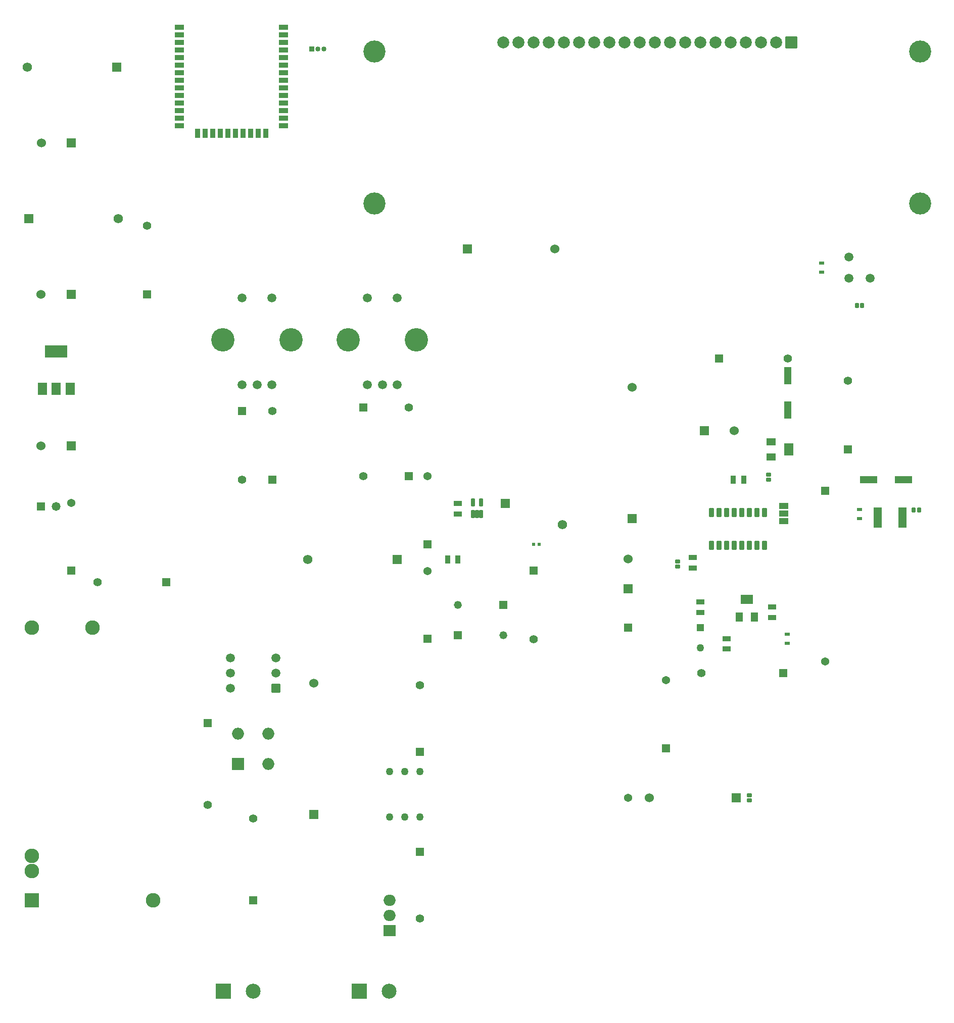
<source format=gbr>
%TF.GenerationSoftware,KiCad,Pcbnew,7.0.5*%
%TF.CreationDate,2024-01-26T21:50:59+01:00*%
%TF.ProjectId,Project,50726f6a-6563-4742-9e6b-696361645f70,rev?*%
%TF.SameCoordinates,Original*%
%TF.FileFunction,Soldermask,Top*%
%TF.FilePolarity,Negative*%
%FSLAX46Y46*%
G04 Gerber Fmt 4.6, Leading zero omitted, Abs format (unit mm)*
G04 Created by KiCad (PCBNEW 7.0.5) date 2024-01-26 21:50:59*
%MOMM*%
%LPD*%
G01*
G04 APERTURE LIST*
G04 Aperture macros list*
%AMRoundRect*
0 Rectangle with rounded corners*
0 $1 Rounding radius*
0 $2 $3 $4 $5 $6 $7 $8 $9 X,Y pos of 4 corners*
0 Add a 4 corners polygon primitive as box body*
4,1,4,$2,$3,$4,$5,$6,$7,$8,$9,$2,$3,0*
0 Add four circle primitives for the rounded corners*
1,1,$1+$1,$2,$3*
1,1,$1+$1,$4,$5*
1,1,$1+$1,$6,$7*
1,1,$1+$1,$8,$9*
0 Add four rect primitives between the rounded corners*
20,1,$1+$1,$2,$3,$4,$5,0*
20,1,$1+$1,$4,$5,$6,$7,0*
20,1,$1+$1,$6,$7,$8,$9,0*
20,1,$1+$1,$8,$9,$2,$3,0*%
G04 Aperture macros list end*
%ADD10R,1.320800X1.320800*%
%ADD11C,1.320800*%
%ADD12R,1.574800X1.574800*%
%ADD13C,1.574800*%
%ADD14RoundRect,0.177600X0.194400X-0.224400X0.194400X0.224400X-0.194400X0.224400X-0.194400X-0.224400X0*%
%ADD15RoundRect,0.102000X-0.900000X-0.900000X0.900000X-0.900000X0.900000X0.900000X-0.900000X0.900000X0*%
%ADD16C,2.004000*%
%ADD17C,3.704000*%
%ADD18R,1.524000X1.524000*%
%ADD19C,1.524000*%
%ADD20RoundRect,0.102000X1.125000X-1.125000X1.125000X1.125000X-1.125000X1.125000X-1.125000X-1.125000X0*%
%ADD21C,2.454000*%
%ADD22R,1.161999X2.990799*%
%ADD23RoundRect,0.177600X-0.224400X-0.194400X0.224400X-0.194400X0.224400X0.194400X-0.224400X0.194400X0*%
%ADD24R,0.939800X0.606400*%
%ADD25R,1.397000X1.397000*%
%ADD26C,1.397000*%
%ADD27R,2.500000X2.500000*%
%ADD28C,2.500000*%
%ADD29R,1.371600X1.371600*%
%ADD30C,1.371600*%
%ADD31C,1.512000*%
%ADD32R,1.397000X0.809600*%
%ADD33RoundRect,0.142000X0.160000X-0.555000X0.160000X0.555000X-0.160000X0.555000X-0.160000X-0.555000X0*%
%ADD34R,0.555600X0.558800*%
%ADD35RoundRect,0.151600X-0.260400X0.605400X-0.260400X-0.605400X0.260400X-0.605400X0.260400X0.605400X0*%
%ADD36C,1.270000*%
%ADD37R,0.850000X0.850000*%
%ADD38O,0.850000X0.850000*%
%ADD39C,1.500000*%
%ADD40C,3.915000*%
%ADD41R,1.500000X1.000000*%
%ADD42R,2.000000X2.000000*%
%ADD43O,2.000000X2.000000*%
%ADD44RoundRect,0.177600X0.224400X0.194400X-0.224400X0.194400X-0.224400X-0.194400X0.224400X-0.194400X0*%
%ADD45R,0.809600X1.397000*%
%ADD46R,1.300000X1.600000*%
%ADD47R,2.000000X1.600000*%
%ADD48R,1.600000X1.300000*%
%ADD49R,1.600000X2.000000*%
%ADD50R,1.500000X2.000000*%
%ADD51R,3.800000X2.000000*%
%ADD52R,1.473200X1.473200*%
%ADD53C,1.473200*%
%ADD54R,1.370000X3.400001*%
%ADD55R,1.500000X0.900000*%
%ADD56R,0.900000X1.500000*%
%ADD57RoundRect,0.102000X0.654000X0.654000X-0.654000X0.654000X-0.654000X-0.654000X0.654000X-0.654000X0*%
%ADD58R,1.270000X1.270000*%
%ADD59R,2.990799X1.161999*%
%ADD60R,2.000000X1.905000*%
%ADD61O,2.000000X1.905000*%
G04 APERTURE END LIST*
D10*
%TO.C,C8*%
X92710000Y-123190000D03*
D11*
X92710000Y-118110000D03*
%TD*%
D12*
%TO.C,C9*%
X82550000Y-110490000D03*
D13*
X67549999Y-110490000D03*
%TD*%
D14*
%TO.C,C13*%
X169078811Y-102235000D03*
X169938811Y-102235000D03*
%TD*%
D15*
%TO.C,DS1*%
X148570000Y-23800000D03*
D16*
X146030000Y-23800000D03*
X143490000Y-23800000D03*
X140950000Y-23800000D03*
X138410000Y-23800000D03*
X135870000Y-23800000D03*
X133330000Y-23800000D03*
X130790000Y-23800000D03*
X128250000Y-23800000D03*
X125710000Y-23800000D03*
X123170000Y-23800000D03*
X120630000Y-23800000D03*
X118090000Y-23800000D03*
X115550000Y-23800000D03*
X113010000Y-23800000D03*
X110470000Y-23800000D03*
X107930000Y-23800000D03*
X105390000Y-23800000D03*
X102850000Y-23800000D03*
X100310000Y-23800000D03*
D17*
X78740000Y-25300000D03*
X170140000Y-25300000D03*
X170140000Y-50800000D03*
X78740000Y-50800000D03*
%TD*%
D18*
%TO.C,R7*%
X68580000Y-153240740D03*
D19*
X68580000Y-131239260D03*
%TD*%
D20*
%TO.C,PS1*%
X21330000Y-167640000D03*
D21*
X41650000Y-167640000D03*
X31490000Y-121920000D03*
X21330000Y-121920000D03*
X21330000Y-162770000D03*
X21330000Y-160230000D03*
%TD*%
D22*
%TO.C,C11*%
X147955000Y-79646501D03*
X147955000Y-85453499D03*
%TD*%
D23*
%TO.C,C12*%
X144743811Y-96232389D03*
X144743811Y-97092389D03*
%TD*%
D24*
%TO.C,R20*%
X153633811Y-62280089D03*
X153633811Y-60784689D03*
%TD*%
D23*
%TO.C,C16*%
X129503811Y-110837389D03*
X129503811Y-111697389D03*
%TD*%
D25*
%TO.C,R21*%
X136443091Y-76772389D03*
D26*
X147964531Y-76772389D03*
%TD*%
D27*
%TO.C,J1*%
X53420000Y-182880000D03*
D28*
X58420000Y-182880000D03*
%TD*%
D29*
%TO.C,R13*%
X87630000Y-123812300D03*
D30*
X87630000Y-112407700D03*
%TD*%
D31*
%TO.C,U6*%
X158205811Y-59754389D03*
X158205811Y-63310389D03*
X161761811Y-63310389D03*
%TD*%
D32*
%TO.C,R29*%
X137758811Y-125490300D03*
X137758811Y-123740900D03*
%TD*%
%TO.C,R34*%
X145378811Y-120192089D03*
X145378811Y-118442689D03*
%TD*%
D10*
%TO.C,C7*%
X100330000Y-118110000D03*
D11*
X100330000Y-123190000D03*
%TD*%
D29*
%TO.C,R32*%
X127598811Y-142164689D03*
D30*
X127598811Y-130760089D03*
%TD*%
D25*
%TO.C,R28*%
X158078811Y-92058109D03*
D26*
X158078811Y-80536669D03*
%TD*%
D33*
%TO.C,U5*%
X95250000Y-102870000D03*
X95900000Y-102870000D03*
X96550000Y-102870000D03*
X96550000Y-100950000D03*
X95250000Y-100950000D03*
%TD*%
D18*
%TO.C,C1*%
X27863800Y-91440000D03*
D19*
X22860000Y-91440000D03*
%TD*%
D18*
%TO.C,R33*%
X139343812Y-150432389D03*
D19*
X124743810Y-150432389D03*
%TD*%
D18*
%TO.C,C17*%
X121248811Y-115431189D03*
D19*
X121248811Y-110427389D03*
%TD*%
D29*
%TO.C,C18*%
X121248811Y-121882789D03*
D30*
X121248811Y-150483189D03*
%TD*%
D14*
%TO.C,C10*%
X159553811Y-67882389D03*
X160413811Y-67882389D03*
%TD*%
D12*
%TO.C,C3*%
X20795600Y-53340000D03*
D13*
X35795601Y-53340000D03*
%TD*%
D12*
%TO.C,C6*%
X100647500Y-101066600D03*
D13*
X110172500Y-104673400D03*
%TD*%
D34*
%TO.C,R14*%
X105410000Y-107950000D03*
X106346600Y-107950000D03*
%TD*%
D35*
%TO.C,U7*%
X144108811Y-102597389D03*
X142838811Y-102597389D03*
X141568811Y-102597389D03*
X140298811Y-102597389D03*
X139028811Y-102597389D03*
X137758811Y-102597389D03*
X136488811Y-102597389D03*
X135218811Y-102597389D03*
X135218811Y-108097389D03*
X136488811Y-108097389D03*
X137758811Y-108097389D03*
X139028811Y-108097389D03*
X140298811Y-108097389D03*
X141568811Y-108097389D03*
X142838811Y-108097389D03*
X144108811Y-108097389D03*
%TD*%
D36*
%TO.C,U3*%
X86360000Y-146050000D03*
X83820000Y-146050000D03*
X81280000Y-146050000D03*
X81280000Y-153670000D03*
X83820000Y-153670000D03*
X86360000Y-153670000D03*
%TD*%
D37*
%TO.C,J3*%
X68215000Y-24870000D03*
D38*
X69215000Y-24870000D03*
X70215000Y-24870000D03*
%TD*%
D39*
%TO.C,SW2*%
X77520431Y-81160000D03*
X82520431Y-81160000D03*
X80020431Y-81160000D03*
D40*
X74320431Y-73660000D03*
X85720431Y-73660000D03*
D39*
X77520431Y-66660000D03*
X82520431Y-66660000D03*
%TD*%
D41*
%TO.C,JP1*%
X147283811Y-101477389D03*
X147283811Y-102777389D03*
X147283811Y-104077389D03*
%TD*%
D18*
%TO.C,C2*%
X27863800Y-66040000D03*
D19*
X22860000Y-66040000D03*
%TD*%
D25*
%TO.C,R11*%
X76860431Y-84998560D03*
D26*
X76860431Y-96520000D03*
%TD*%
D32*
%TO.C,R17*%
X92710000Y-101120600D03*
X92710000Y-102870000D03*
%TD*%
D12*
%TO.C,C5*%
X35560000Y-27940000D03*
D13*
X20559999Y-27940000D03*
%TD*%
D42*
%TO.C,D2*%
X55880000Y-144780000D03*
D43*
X60960000Y-144780000D03*
X60960000Y-139700000D03*
X55880000Y-139700000D03*
%TD*%
D25*
%TO.C,R8*%
X86360000Y-142711170D03*
D26*
X86360000Y-131608830D03*
%TD*%
D44*
%TO.C,C19*%
X141568811Y-150862389D03*
X141568811Y-150002389D03*
%TD*%
D27*
%TO.C,J2*%
X76200000Y-182880000D03*
D28*
X81200000Y-182880000D03*
%TD*%
D25*
%TO.C,R3*%
X50800000Y-137919460D03*
D26*
X50800000Y-151640540D03*
%TD*%
D29*
%TO.C,C20*%
X154268811Y-98997389D03*
D30*
X154268811Y-127597789D03*
%TD*%
D25*
%TO.C,R10*%
X61620431Y-97080720D03*
D26*
X61620431Y-85559280D03*
%TD*%
D32*
%TO.C,R25*%
X133313811Y-117630600D03*
X133313811Y-119380000D03*
%TD*%
D45*
%TO.C,R19*%
X90960600Y-110490000D03*
X92710000Y-110490000D03*
%TD*%
D46*
%TO.C,RV1*%
X139863811Y-120112389D03*
D47*
X141113811Y-117212389D03*
D46*
X142363811Y-120112389D03*
%TD*%
D25*
%TO.C,R2*%
X40640000Y-66040000D03*
D26*
X40640000Y-54518560D03*
%TD*%
D24*
%TO.C,R24*%
X147918811Y-124510089D03*
X147918811Y-123014689D03*
%TD*%
D18*
%TO.C,R18*%
X94299999Y-58420000D03*
D19*
X108900001Y-58420000D03*
%TD*%
D48*
%TO.C,RV2*%
X145198811Y-90762389D03*
D49*
X148098811Y-92012389D03*
D48*
X145198811Y-93262389D03*
%TD*%
D25*
%TO.C,R23*%
X147195540Y-129540000D03*
D26*
X133474460Y-129540000D03*
%TD*%
D32*
%TO.C,R31*%
X132043811Y-111937089D03*
X132043811Y-110187689D03*
%TD*%
D39*
%TO.C,SW1*%
X56540431Y-81160000D03*
X61540431Y-81160000D03*
X59040431Y-81160000D03*
D40*
X53340431Y-73660000D03*
X64740431Y-73660000D03*
D39*
X56540431Y-66660000D03*
X61540431Y-66660000D03*
%TD*%
D29*
%TO.C,R1*%
X27940000Y-112382300D03*
D30*
X27940000Y-100977700D03*
%TD*%
D50*
%TO.C,U1*%
X23100000Y-81890000D03*
X25400000Y-81890000D03*
D51*
X25400000Y-75590000D03*
D50*
X27700000Y-81890000D03*
%TD*%
D52*
%TO.C,D1*%
X22860000Y-101600000D03*
D53*
X25400000Y-101600000D03*
%TD*%
D24*
%TO.C,R30*%
X160020000Y-103617700D03*
X160020000Y-102122300D03*
%TD*%
D25*
%TO.C,R5*%
X43860720Y-114300000D03*
D26*
X32339280Y-114300000D03*
%TD*%
D18*
%TO.C,R22*%
X121883811Y-103648129D03*
D19*
X121883811Y-81646649D03*
%TD*%
D18*
%TO.C,C21*%
X133985000Y-88900000D03*
D19*
X138988800Y-88900000D03*
%TD*%
D54*
%TO.C,C14*%
X163035000Y-103442389D03*
X167165000Y-103442389D03*
%TD*%
D55*
%TO.C,U2*%
X46000000Y-21230000D03*
X46000000Y-22500000D03*
X46000000Y-23770000D03*
X46000000Y-25040000D03*
X46000000Y-26310000D03*
X46000000Y-27580000D03*
X46000000Y-28850000D03*
X46000000Y-30120000D03*
X46000000Y-31390000D03*
X46000000Y-32660000D03*
X46000000Y-33930000D03*
X46000000Y-35200000D03*
X46000000Y-36470000D03*
X46000000Y-37740000D03*
D56*
X49040000Y-38990000D03*
X50310000Y-38990000D03*
X51580000Y-38990000D03*
X52850000Y-38990000D03*
X54120000Y-38990000D03*
X55390000Y-38990000D03*
X56660000Y-38990000D03*
X57930000Y-38990000D03*
X59200000Y-38990000D03*
X60470000Y-38990000D03*
D55*
X63500000Y-37740000D03*
X63500000Y-36470000D03*
X63500000Y-35200000D03*
X63500000Y-33930000D03*
X63500000Y-32660000D03*
X63500000Y-31390000D03*
X63500000Y-30120000D03*
X63500000Y-28850000D03*
X63500000Y-27580000D03*
X63500000Y-26310000D03*
X63500000Y-25040000D03*
X63500000Y-23770000D03*
X63500000Y-22500000D03*
X63500000Y-21230000D03*
%TD*%
D29*
%TO.C,R16*%
X87630000Y-107950000D03*
D30*
X87630000Y-96545400D03*
%TD*%
D25*
%TO.C,R12*%
X84480431Y-96520000D03*
D26*
X84480431Y-84998560D03*
%TD*%
D57*
%TO.C,U4*%
X62230000Y-132080000D03*
D31*
X62230000Y-129540000D03*
X62230000Y-127000000D03*
X54610000Y-127000000D03*
X54610000Y-129540000D03*
X54610000Y-132080000D03*
%TD*%
D25*
%TO.C,R4*%
X58420000Y-167640000D03*
D26*
X58420000Y-153918920D03*
%TD*%
D25*
%TO.C,R15*%
X105410000Y-112349280D03*
D26*
X105410000Y-123870720D03*
%TD*%
D58*
%TO.C,R26*%
X133313811Y-121883500D03*
D36*
X133313811Y-125287100D03*
%TD*%
D45*
%TO.C,R27*%
X138825300Y-97155000D03*
X140574700Y-97155000D03*
%TD*%
D59*
%TO.C,C15*%
X161525312Y-97092389D03*
X167332310Y-97092389D03*
%TD*%
D25*
%TO.C,R9*%
X56540431Y-85559280D03*
D26*
X56540431Y-97080720D03*
%TD*%
D25*
%TO.C,R6*%
X86360000Y-159548830D03*
D26*
X86360000Y-170651170D03*
%TD*%
D60*
%TO.C,Q1*%
X81280000Y-172720000D03*
D61*
X81280000Y-170180000D03*
X81280000Y-167640000D03*
%TD*%
D18*
%TO.C,C4*%
X27940000Y-40640000D03*
D19*
X22936200Y-40640000D03*
%TD*%
M02*

</source>
